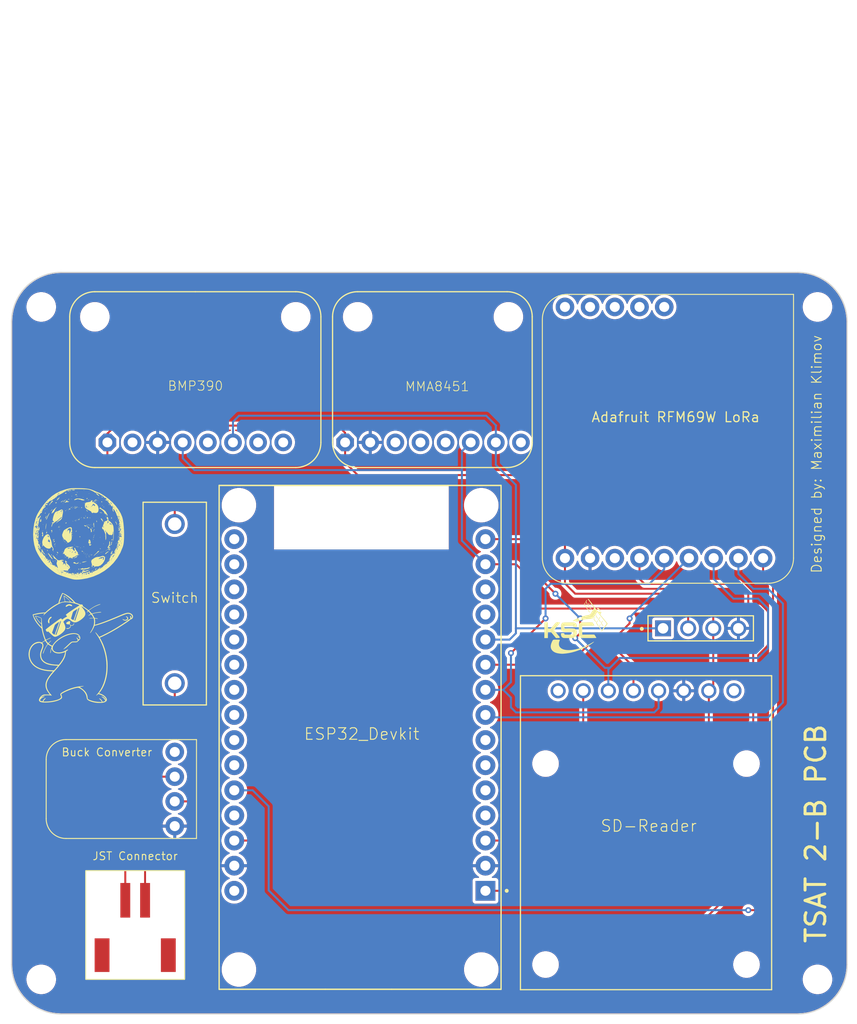
<source format=kicad_pcb>
(kicad_pcb (version 20241229) (generator "pcbnew") (generator_version "9.0")
  (layers (0 "F.Cu" signal) (2 "B.Cu" signal) (13 "F.Paste" user) (15 "B.Paste" user) (5 "F.SilkS" user "F.Silkscreen") (7 "B.SilkS" user "B.Silkscreen") (1 "F.Mask" user) (3 "B.Mask" user) (25 "Edge.Cuts" user))
  (net 0 "")
  (net 1 "3V3")
  (net 2 "GND")
  (net 3 "IRQ")
  (net 4 "SCK/CLK")
  (net 5 "MISO")
  (net 6 "MOSI")
  (net 7 "CS")
  (net 8 "RST")
  (net 9 "N$1")
  (net 10 "SCL")
  (net 11 "SDA")
  (net 12 "5V")
  (net 13 "CS-SD")
  (footprint "TSAT2-B PCB Footprints:MMA8451-FP_vf.UWP1QFmtRbe75N6hh3BVtg" (layer "F.Cu") (at 96.46 93.74)
    (property "Reference" "REF**" (hide yes))
    (property "Value" "")
    (pad "" np_thru_hole circle (at 2.54 -15.24) (size 2.5 2.5) (drill 2.5) (layers "*.Cu" "*.Mask"))
    (pad "" np_thru_hole circle (at 17.78 -15.24) (size 2.5 2.5) (drill 2.5) (layers "*.Cu" "*.Mask"))
    (pad "+3V3" thru_hole circle (at 6.35 -2.54 90) (size 1.778 1.778) (drill 1) (layers "*.Cu" "*.Mask"))
    (pad "GND" thru_hole circle (at 3.81 -2.54 90) (size 1.778 1.778) (drill 1) (layers "*.Cu" "*.Mask") (net 2 "GND"))
    (pad "INT1" thru_hole circle (at 11.43 -2.54 90) (size 1.778 1.778) (drill 1) (layers "*.Cu" "*.Mask"))
    (pad "INT2" thru_hole circle (at 8.89 -2.54 90) (size 1.778 1.778) (drill 1) (layers "*.Cu" "*.Mask"))
    (pad "SA0" thru_hole circle (at 19.05 -2.54 90) (size 1.778 1.778) (drill 1) (layers "*.Cu" "*.Mask"))
    (pad "SCL" thru_hole circle (at 13.97 -2.54 90) (size 1.778 1.778) (drill 1) (layers "*.Cu" "*.Mask") (net 10 "SCL"))
    (pad "SDA" thru_hole circle (at 16.51 -2.54 90) (size 1.778 1.778) (drill 1) (layers "*.Cu" "*.Mask") (net 11 "SDA"))
    (pad "VIN" thru_hole roundrect (at 1.27 -2.54 180) (size 1.778 1.778) (drill 1) (layers "*.Cu" "*.Mask") (chamfer_ratio 0.2928932188) (chamfer top_left top_right bottom_left bottom_right) (net 1 "3V3"))
  )
  (footprint "TSAT2-B PCB Footprints:LoRa" (layer "F.Cu") (at 122.574 106.23)
    (property "Reference" "REF**" (hide yes))
    (property "Value" "LoRa" (hide yes))
    (fp_text user "Adafruit RFM69W LoRa" (at 0 -17 0) (layer "F.SilkS") (effects (font (thickness 0.125)) (justify left bottom)))
    (pad "1" thru_hole circle (at -2.614 -28.73) (size 1.8796 1.8796) (drill 1.016) (layers "*.Cu" "*.Mask"))
    (pad "1" thru_hole circle (at -2.613999 -3.33) (size 1.8796 1.8796) (drill 1.016) (layers "*.Cu" "*.Mask") (net 1 "3V3"))
    (pad "2" thru_hole circle (at -0.074 -28.73) (size 1.8796 1.8796) (drill 1.016) (layers "*.Cu" "*.Mask"))
    (pad "2" thru_hole circle (at -0.073999 -3.33) (size 1.8796 1.8796) (drill 1.016) (layers "*.Cu" "*.Mask") (net 2 "GND"))
    (pad "3" thru_hole circle (at 2.426 -28.73) (size 1.8796 1.8796) (drill 1.016) (layers "*.Cu" "*.Mask"))
    (pad "3" thru_hole circle (at 2.426001 -3.33) (size 1.8796 1.8796) (drill 1.016) (layers "*.Cu" "*.Mask"))
    (pad "4" thru_hole circle (at 4.926 -28.73) (size 1.8796 1.8796) (drill 1.016) (layers "*.Cu" "*.Mask"))
    (pad "4" thru_hole circle (at 4.926001 -3.33) (size 1.8796 1.8796) (drill 1.016) (layers "*.Cu" "*.Mask") (net 3 "IRQ"))
    (pad "5" thru_hole circle (at 7.426 -28.73) (size 1.8796 1.8796) (drill 1.016) (layers "*.Cu" "*.Mask"))
    (pad "5" thru_hole circle (at 7.426001 -3.33) (size 1.8796 1.8796) (drill 1.016) (layers "*.Cu" "*.Mask") (net 4 "SCK/CLK"))
    (pad "6" thru_hole circle (at 9.926001 -3.33) (size 1.8796 1.8796) (drill 1.016) (layers "*.Cu" "*.Mask") (net 5 "MISO"))
    (pad "7" thru_hole circle (at 12.426001 -3.33) (size 1.8796 1.8796) (drill 1.016) (layers "*.Cu" "*.Mask") (net 6 "MOSI"))
    (pad "8" thru_hole circle (at 14.926001 -3.33) (size 1.8796 1.8796) (drill 1.016) (layers "*.Cu" "*.Mask") (net 7 "CS"))
    (pad "9" thru_hole circle (at 17.426001 -3.33) (size 1.8796 1.8796) (drill 1.016) (layers "*.Cu" "*.Mask") (net 8 "RST"))
  )
  (footprint "TSat0-PCB_v17:dummyfp2" (layer "F.Cu") (at 145.5 77.5)
    (property "Reference" "UNK_HOLE_2" (hide yes))
    (property "Value" "")
    (pad "" np_thru_hole circle (at 0 0) (size 2.5 2.5) (drill 2.5) (layers "*.Cu" "*.Mask"))
  )
  (footprint "TSAT2-B PCB Footprints:Boost Converter Adafruit" (layer "F.Cu") (at 77.5 126.25 90)
    (property "Reference" "REF**" (hide yes))
    (property "Value" "Boost Converter Adafruit" (hide yes))
    (pad "3V" thru_hole circle (at -1.25 3 90) (size 1.8796 1.8796) (drill 1.016) (layers "*.Cu" "*.Mask") (net 9 "N$1"))
    (pad "EN" thru_hole circle (at 3.75 3 90) (size 1.8796 1.8796) (drill 1.016) (layers "*.Cu" "*.Mask"))
    (pad "GND" thru_hole circle (at -3.75 3 90) (size 1.8796 1.8796) (drill 1.016) (layers "*.Cu" "*.Mask") (net 2 "GND"))
    (pad "VIN" thru_hole circle (at 1.25 3 90) (size 1.8796 1.8796) (drill 1.016) (layers "*.Cu" "*.Mask") (net 12 "5V"))
  )
  (footprint "TSAT2-B PCB Footprints:COOKIES BIGGER" (layer "F.Cu") (at 70.5 100.5)
    (property "Reference" "G***" (hide yes))
    (property "Value" "LOGO" (hide yes))
  )
  (footprint "TSAT2-B PCB Footprints:MODULE_254_vf.UWP1QFmtRbe75N6hh3BVtg" (layer "F.Cu") (at 128.16 130.665 90)
    (property "Reference" "REF**" (hide yes))
    (property "Value" "SD-Reader" (at 0 -4.66 0) (layer "F.SilkS") (effects (font (size 1.1684 1.1684) (thickness 0.1016)) (justify left bottom)))
    (pad "" np_thru_hole circle (at -13.335 -10.16 90) (size 2.2 2.2) (drill 2.2) (layers "*.Cu" "*.Mask"))
    (pad "" np_thru_hole circle (at -13.335 10.16 90) (size 2.2 2.2) (drill 2.2) (layers "*.Cu" "*.Mask"))
    (pad "" np_thru_hole circle (at 6.985 -10.16 90) (size 2.2 2.2) (drill 2.2) (layers "*.Cu" "*.Mask"))
    (pad "" np_thru_hole circle (at 6.985 10.16 90) (size 2.2 2.2) (drill 2.2) (layers "*.Cu" "*.Mask"))
    (pad "1" thru_hole circle (at 14.351 -8.89 90) (size 1.53 1.53) (drill 1.02) (layers "*.Cu" "*.Mask"))
    (pad "2" thru_hole circle (at 14.351 -6.35 90) (size 1.53 1.53) (drill 1.02) (layers "*.Cu" "*.Mask") (net 13 "CS-SD"))
    (pad "3" thru_hole circle (at 14.351 -3.81 90) (size 1.53 1.53) (drill 1.02) (layers "*.Cu" "*.Mask") (net 6 "MOSI"))
    (pad "4" thru_hole circle (at 14.351 -1.27 90) (size 1.53 1.53) (drill 1.02) (layers "*.Cu" "*.Mask") (net 5 "MISO"))
    (pad "5" thru_hole circle (at 14.351 1.27 90) (size 1.53 1.53) (drill 1.02) (layers "*.Cu" "*.Mask") (net 4 "SCK/CLK"))
    (pad "6" thru_hole circle (at 14.351 3.81 90) (size 1.53 1.53) (drill 1.02) (layers "*.Cu" "*.Mask") (net 2 "GND"))
    (pad "7" thru_hole circle (at 14.351 6.35 90) (size 1.53 1.53) (drill 1.02) (layers "*.Cu" "*.Mask") (net 1 "3V3"))
    (pad "8" thru_hole circle (at 14.351 8.89 90) (size 1.53 1.53) (drill 1.02) (layers "*.Cu" "*.Mask"))
  )
  (footprint "TSat0-PCB_v17:dummyfp2" (layer "F.Cu") (at 67 145.5)
    (property "Reference" "UNK_HOLE_2" (hide yes))
    (property "Value" "")
    (pad "" np_thru_hole circle (at 0 0) (size 2.5 2.5) (drill 2.5) (layers "*.Cu" "*.Mask"))
  )
  (footprint "TSAT2-B PCB Footprints:SULLINS_PPTC041LFBN-RC_vf.UWP1QFmtRbe75N6hh3BVtg" (layer "F.Cu") (at 133.69 110)
    (property "Reference" "REF**" (hide yes))
    (property "Value" "PPTC041LFBN-RC")
    (pad "1" thru_hole rect (at -3.81 0) (size 1.605 1.605) (drill 1.07) (layers "*.Cu" "*.Mask") (net 11 "SDA"))
    (pad "2" thru_hole circle (at -1.27 0) (size 1.605 1.605) (drill 1.07) (layers "*.Cu" "*.Mask") (net 10 "SCL"))
    (pad "3" thru_hole circle (at 1.27 0) (size 1.605 1.605) (drill 1.07) (layers "*.Cu" "*.Mask") (net 1 "3V3"))
    (pad "4" thru_hole circle (at 3.81 0) (size 1.605 1.605) (drill 1.07) (layers "*.Cu" "*.Mask") (net 2 "GND"))
  )
  (footprint "TSAT2-B PCB Footprints:KITTY CAT BIGGER" (layer "F.Cu") (at 71 112)
    (property "Reference" "G***" (hide yes))
    (property "Value" "LOGO" (hide yes))
  )
  (footprint "TSAT2-B PCB Footprints:OMRON-MICROSWITCH-FP_vf.UWP1QFmtRbe75N6hh3BVtg" (layer "F.Cu") (at 80.5 99.45 90)
    (property "Reference" "REF**" (hide yes))
    (property "Value" "")
    (pad "COM" thru_hole circle (at -16.1 0 90) (size 2.025 2.025) (drill 1.35) (layers "*.Cu" "*.Mask") (net 9 "N$1"))
    (pad "NC" thru_hole circle (at 0 0 90) (size 2.025 2.025) (drill 1.35) (layers "*.Cu" "*.Mask") (net 1 "3V3"))
  )
  (footprint "TSAT2-B PCB Footprints:MODULE_ESP32_DEVKIT_V1_vf.UWP1QFmtRbe75N6hh3BVtg" (layer "F.Cu") (at 99.22 121.025 180)
    (property "Reference" "REF**" (hide yes))
    (property "Value" "ESP32_Devkit" (at 5.72 1.025 0) (layer "F.SilkS") (effects (font (size 1.1684 1.1684) (thickness 0.1016)) (justify left top)))
    (pad "" np_thru_hole circle (at -12.28 -23.475 180) (size 3 3) (drill 3) (layers "*.Cu" "*.Mask"))
    (pad "" np_thru_hole circle (at -12.28 23.475 180) (size 3 3) (drill 3) (layers "*.Cu" "*.Mask"))
    (pad "" np_thru_hole circle (at 12.23 -23.475 180) (size 3 3) (drill 3) (layers "*.Cu" "*.Mask"))
    (pad "" np_thru_hole circle (at 12.23 23.475 180) (size 3 3) (drill 3) (layers "*.Cu" "*.Mask"))
    (pad "1" thru_hole rect (at -12.7 -15.515 180) (size 2 2) (drill 1.02) (layers "*.Cu" "*.Mask") (net 1 "3V3"))
    (pad "2" thru_hole circle (at -12.7 -12.975 180) (size 2 2) (drill 1.02) (layers "*.Cu" "*.Mask") (net 2 "GND"))
    (pad "3" thru_hole circle (at -12.7 -10.435 180) (size 2 2) (drill 1.02) (layers "*.Cu" "*.Mask") (net 13 "CS-SD"))
    (pad "4" thru_hole circle (at -12.7 -7.895 180) (size 2 2) (drill 1.02) (layers "*.Cu" "*.Mask"))
    (pad "5" thru_hole circle (at -12.7 -5.355 180) (size 2 2) (drill 1.02) (layers "*.Cu" "*.Mask"))
    (pad "6" thru_hole circle (at -12.7 -2.815 180) (size 2 2) (drill 1.02) (layers "*.Cu" "*.Mask"))
    (pad "7" thru_hole circle (at -12.7 -0.275 180) (size 2 2) (drill 1.02) (layers "*.Cu" "*.Mask"))
    (pad "8" thru_hole circle (at -12.7 2.265 180) (size 2 2) (drill 1.02) (layers "*.Cu" "*.Mask") (net 7 "CS"))
    (pad "9" thru_hole circle (at -12.7 4.805 180) (size 2 2) (drill 1.02) (layers "*.Cu" "*.Mask") (net 4 "SCK/CLK"))
    (pad "10" thru_hole circle (at -12.7 7.345 180) (size 2 2) (drill 1.02) (layers "*.Cu" "*.Mask") (net 5 "MISO"))
    (pad "11" thru_hole circle (at -12.7 9.885 180) (size 2 2) (drill 1.02) (layers "*.Cu" "*.Mask") (net 11 "SDA"))
    (pad "12" thru_hole circle (at -12.7 12.425 180) (size 2 2) (drill 1.02) (layers "*.Cu" "*.Mask"))
    (pad "13" thru_hole circle (at -12.7 14.965 180) (size 2 2) (drill 1.02) (layers "*.Cu" "*.Mask"))
    (pad "14" thru_hole circle (at -12.7 17.505 180) (size 2 2) (drill 1.02) (layers "*.Cu" "*.Mask") (net 10 "SCL"))
    (pad "15" thru_hole circle (at -12.7 20.045 180) (size 2 2) (drill 1.02) (layers "*.Cu" "*.Mask") (net 6 "MOSI"))
    (pad "16" thru_hole circle (at 12.7 20.045 180) (size 2 2) (drill 1.02) (layers "*.Cu" "*.Mask"))
    (pad "17" thru_hole circle (at 12.7 17.505 180) (size 2 2) (drill 1.02) (layers "*.Cu" "*.Mask"))
    (pad "18" thru_hole circle (at 12.7 14.965 180) (size 2 2) (drill 1.02) (layers "*.Cu" "*.Mask"))
    (pad "19" thru_hole circle (at 12.7 12.425 180) (size 2 2) (drill 1.02) (layers "*.Cu" "*.Mask"))
    (pad "20" thru_hole circle (at 12.7 9.885 180) (size 2 2) (drill 1.02) (layers "*.Cu" "*.Mask"))
    (pad "21" thru_hole circle (at 12.7 7.345 180) (size 2 2) (drill 1.02) (layers "*.Cu" "*.Mask"))
    (pad "22" thru_hole circle (at 12.7 4.805 180) (size 2 2) (drill 1.02) (layers "*.Cu" "*.Mask"))
    (pad "23" thru_hole circle (at 12.7 2.265 180) (size 2 2) (drill 1.02) (layers "*.Cu" "*.Mask"))
    (pad "24" thru_hole circle (at 12.7 -0.275 180) (size 2 2) (drill 1.02) (layers "*.Cu" "*.Mask"))
    (pad "25" thru_hole circle (at 12.7 -2.815 180) (size 2 2) (drill 1.02) (layers "*.Cu" "*.Mask"))
    (pad "26" thru_hole circle (at 12.7 -5.355 180) (size 2 2) (drill 1.02) (layers "*.Cu" "*.Mask") (net 8 "RST"))
    (pad "27" thru_hole circle (at 12.7 -7.895 180) (size 2 2) (drill 1.02) (layers "*.Cu" "*.Mask"))
    (pad "28" thru_hole circle (at 12.7 -10.435 180) (size 2 2) (drill 1.02) (layers "*.Cu" "*.Mask") (net 3 "IRQ"))
    (pad "29" thru_hole circle (at 12.7 -12.975 180) (size 2 2) (drill 1.02) (layers "*.Cu" "*.Mask") (net 2 "GND"))
    (pad "30" thru_hole circle (at 12.7 -15.515 180) (size 2 2) (drill 1.02) (layers "*.Cu" "*.Mask"))
    (zone (net 0) (net_name "") (layer "F.Cu") (connect_pads (clearance 0)) (min_thickness 0.25)
      (keepout (tracks not_allowed) (vias not_allowed) (pads not_allowed) (copperpour not_allowed) (footprints allowed))
      (fill (thermal_gap 0.5) (thermal_bridge_width 0.5))
      (polygon (pts (xy 108.22 95.535) (xy 90.53 95.535) (xy 90.53 102.025) (xy 108.22 102.025)))
    )
    (zone (net 0) (net_name "") (layer "B.Cu") (connect_pads (clearance 0)) (min_thickness 0.25)
      (keepout (tracks not_allowed) (vias not_allowed) (pads not_allowed) (copperpour not_allowed) (footprints allowed))
      (fill (thermal_gap 0.5) (thermal_bridge_width 0.5))
      (polygon (pts (xy 108.22 95.535) (xy 90.53 95.535) (xy 90.53 102.025) (xy 108.22 102.025)))
    )
  )
  (footprint "TSAT2-B PCB Footprints:JST-PH 2-Pin SMT Right Angle Connector" (layer "F.Cu") (at 77.5 137.5)
    (property "Reference" "REF**" (hide yes))
    (property "Value" "JST-PH 2-Pin SMT Right Angle Connector" (hide yes))
    (fp_text user "JST Connector" (at -1 -4 0) (layer "F.SilkS") (effects (font (size 0.8 0.8) (thickness 0.1)) (justify bottom)))
    (pad "1" smd rect (at -2 0 180) (size 1 3.5) (layers "F.Cu" "F.Mask" "F.Paste") (net 12 "5V") (clearance 0.1))
    (pad "2" smd rect (at 0 0 180) (size 1 3.5) (layers "F.Cu" "F.Mask" "F.Paste") (net 2 "GND") (clearance 0.1))
    (pad "3" smd rect (at -4.35 5.55 180) (size 1.5 3.4) (layers "F.Cu" "F.Mask" "F.Paste") (clearance 0.1))
    (pad "4" smd rect (at 2.35 5.55 180) (size 1.5 3.4) (layers "F.Cu" "F.Mask" "F.Paste") (clearance 0.1))
  )
  (footprint "DUMMY_507" (layer "F.Cu") (at 63.0791 48.1816)
    (property "Reference" "FRAME1" (hide yes))
    (property "Value" "FRAME-LETTERNO_PACKAGE" (hide yes))
  )
  (footprint "TSat0-PCB_v17:dummyfp2" (layer "F.Cu") (at 67 77.5)
    (property "Reference" "UNK_HOLE_2" (hide yes))
    (property "Value" "")
    (pad "" np_thru_hole circle (at 0 0) (size 2.5 2.5) (drill 2.5) (layers "*.Cu" "*.Mask"))
  )
  (footprint "TSat0-PCB_v17:dummyfp2" (layer "F.Cu") (at 145.5 145.5)
    (property "Reference" "UNK_HOLE_2" (hide yes))
    (property "Value" "")
    (pad "" np_thru_hole circle (at 0 0) (size 2.5 2.5) (drill 2.5) (layers "*.Cu" "*.Mask"))
  )
  (footprint "TSAT2-B PCB Footprints:KSC LOGO 2ND" (layer "F.Cu") (at 121 110)
    (property "Reference" "G***" (hide yes))
    (property "Value" "LOGO" (hide yes))
  )
  (footprint "TSAT2-B PCB Footprints:BMP390" (layer "F.Cu") (at 69.88 93.74)
    (property "Reference" "REF**" (hide yes))
    (property "Value" "")
    (pad "" np_thru_hole circle (at 2.54 -15.24) (size 2.5 2.5) (drill 2.5) (layers "*.Cu" "*.Mask"))
    (pad "" np_thru_hole circle (at 22.86 -15.24) (size 2.5 2.5) (drill 2.5) (layers "*.Cu" "*.Mask"))
    (pad "3.3V" thru_hole circle (at 6.35 -2.54 90) (size 1.778 1.778) (drill 1) (layers "*.Cu" "*.Mask"))
    (pad "CS" thru_hole circle (at 19.05 -2.54 90) (size 1.778 1.778) (drill 1) (layers "*.Cu" "*.Mask"))
    (pad "GND" thru_hole circle (at 8.89 -2.54 90) (size 1.778 1.778) (drill 1) (layers "*.Cu" "*.Mask") (net 2 "GND"))
    (pad "INT" thru_hole circle (at 21.59 -2.54 90) (size 1.778 1.778) (drill 1) (layers "*.Cu" "*.Mask"))
    (pad "SCK/SCL" thru_hole circle (at 11.43 -2.54 90) (size 1.778 1.778) (drill 1) (layers "*.Cu" "*.Mask") (net 10 "SCL"))
    (pad "SDI/SDA" thru_hole circle (at 16.51 -2.54 90) (size 1.778 1.778) (drill 1) (layers "*.Cu" "*.Mask") (net 11 "SDA"))
    (pad "SDO/ADR" thru_hole circle (at 13.97 -2.54 90) (size 1.778 1.778) (drill 1) (layers "*.Cu" "*.Mask"))
    (pad "VCC" thru_hole roundrect (at 3.81 -2.54 180) (size 1.778 1.778) (drill 1) (layers "*.Cu" "*.Mask") (chamfer_ratio 0.2928932188) (chamfer top_left top_right bottom_left bottom_right) (net 1 "3V3"))
  )
  (gr_line (start 143.5 149) (end 69 149) (stroke (width 0.1)) (layer "Edge.Cuts"))
  (gr_arc (start 143.5 74) (mid 147.035534 75.464466) (end 148.5 79) (stroke (width 0.1)) (layer "Edge.Cuts"))
  (gr_arc (start 64 79) (mid 65.464466 75.464466) (end 69 74) (stroke (width 0.1)) (layer "Edge.Cuts"))
  (gr_arc (start 69 149) (mid 65.464466 147.535534) (end 64 144) (stroke (width 0.1)) (layer "Edge.Cuts"))
  (gr_line (start 148.5 79) (end 148.5 144) (stroke (width 0.1)) (layer "Edge.Cuts"))
  (gr_line (start 69 74) (end 143.5 74) (stroke (width 0.1)) (layer "Edge.Cuts"))
  (gr_arc (start 148.5 144) (mid 147.035534 147.535534) (end 143.5 149) (stroke (width 0.1)) (layer "Edge.Cuts"))
  (gr_line (start 64 144) (end 64 79) (stroke (width 0.1)) (layer "Edge.Cuts"))
  (gr_text "TSAT 2-B PCB" (at 146.5 142 90) (layer "F.SilkS") (effects (font (size 2 2) (thickness 0.3) (bold yes)) (justify left bottom)))
  (gr_text "Switch" (at 80.5 107.5 0) (layer "F.SilkS") (effects (font (size 1 1) (thickness 0.1)) (justify bottom)))
  (gr_text "BMP390" (at 79.74 84.94325 0) (layer "F.SilkS") (effects (font (size 0.93472 0.93472) (thickness 0.08128)) (justify left top)))
  (gr_text "MMA8451" (at 103.74 85 0) (layer "F.SilkS") (effects (font (size 0.93472 0.93472) (thickness 0.08128)) (justify left top)))
  (gr_text "Designed by: Maximilian Klimov" (at 146 104.5 90) (layer "F.SilkS") (effects (font (size 1 1) (thickness 0.1) (bold yes)) (justify left bottom)))
  (gr_text "Buck Converter" (at 69 123 0) (layer "F.SilkS") (effects (font (size 0.8 0.8) (thickness 0.1)) (justify left bottom)))
  (segment (start 119.960001 95.039999) (end 119.960001 102.9) (width 0.2) (layer "F.Cu") (net 1))
  (segment (start 133.46 136.54) (end 111.92 136.54) (width 0.2) (layer "F.Cu") (net 1))
  (segment (start 134.51 116.314) (end 134.51 135.49) (width 0.2) (layer "F.Cu") (net 1))
  (segment (start 97.73 90.23) (end 97.73 91.2) (width 0.2) (layer "F.Cu") (net 1))
  (segment (start 120 95) (end 119.960001 95.039999) (width 0.2) (layer "F.Cu") (net 1))
  (segment (start 134.96 107.54) (end 134.96 110) (width 0.2) (layer "F.Cu") (net 1))
  (segment (start 134.51 135.49) (end 133.46 136.54) (width 0.2) (layer "F.Cu") (net 1))
  (segment (start 73.69 90.31) (end 74.5 89.5) (width 0.2) (layer "F.Cu") (net 1))
  (segment (start 121 106.5) (end 134 106.5) (width 0.2) (layer "F.Cu") (net 1))
  (segment (start 80.5 97) (end 80.5 99.45) (width 0.2) (layer "F.Cu") (net 1))
  (segment (start 119.5 94.5) (end 120 95) (width 0.2) (layer "F.Cu") (net 1))
  (segment (start 97.73 91.2) (end 97.73 93.23) (width 0.2) (layer "F.Cu") (net 1))
  (segment (start 73.69 91.2) (end 73.69 94.19) (width 0.2) (layer "F.Cu") (net 1))
  (segment (start 97.73 93.23) (end 99 94.5) (width 0.2) (layer "F.Cu") (net 1))
  (segment (start 135 107.5) (end 134.96 107.54) (width 0.2) (layer "F.Cu") (net 1))
  (segment (start 75.5 96) (end 79.5 96) (width 0.2) (layer "F.Cu") (net 1))
  (segment (start 73.69 94.19) (end 75.5 96) (width 0.2) (layer "F.Cu") (net 1))
  (segment (start 119.960001 102.9) (end 119.960001 105.460001) (width 0.2) (layer "F.Cu") (net 1))
  (segment (start 79.5 96) (end 80.5 97) (width 0.2) (layer "F.Cu") (net 1))
  (segment (start 119.960001 105.460001) (end 121 106.5) (width 0.2) (layer "F.Cu") (net 1))
  (segment (start 134 106.5) (end 135 107.5) (width 0.2) (layer "F.Cu") (net 1))
  (segment (start 99 94.5) (end 119.5 94.5) (width 0.2) (layer "F.Cu") (net 1))
  (segment (start 134.96 115.864) (end 134.51 116.314) (width 0.2) (layer "F.Cu") (net 1))
  (segment (start 74.5 89.5) (end 97 89.5) (width 0.2) (layer "F.Cu") (net 1))
  (segment (start 134.96 110) (end 134.96 115.864) (width 0.2) (layer "F.Cu") (net 1))
  (segment (start 97 89.5) (end 97.73 90.23) (width 0.2) (layer "F.Cu") (net 1))
  (segment (start 73.69 91.2) (end 73.69 90.31) (width 0.2) (layer "F.Cu") (net 1))
  (segment (start 77.5 137.5) (end 77.5 131) (width 0.2) (layer "F.Cu") (net 2))
  (segment (start 77.5 131) (end 78.5 130) (width 0.2) (layer "F.Cu") (net 2))
  (segment (start 78.5 130) (end 80.5 130) (width 0.2) (layer "F.Cu") (net 2))
  (segment (start 136.5 137) (end 134 139.5) (width 0.2) (layer "F.Cu") (net 3))
  (segment (start 140 108.5) (end 140 111.5) (width 0.2) (layer "F.Cu") (net 3))
  (segment (start 139.5 108) (end 140 108.5) (width 0.2) (layer "F.Cu") (net 3))
  (segment (start 138.5 106.5) (end 138.5 107.5) (width 0.2) (layer "F.Cu") (net 3))
  (segment (start 89 138) (end 89 132) (width 0.2) (layer "F.Cu") (net 3))
  (segment (start 139 112.5) (end 139 119.5) (width 0.2) (layer "F.Cu") (net 3))
  (segment (start 138.5 107.5) (end 139 108) (width 0.2) (layer "F.Cu") (net 3))
  (segment (start 88.46 131.46) (end 86.52 131.46) (width 0.2) (layer "F.Cu") (net 3))
  (segment (start 136.5 122) (end 136.5 137) (width 0.2) (layer "F.Cu") (net 3))
  (segment (start 89 132) (end 88.46 131.46) (width 0.2) (layer "F.Cu") (net 3))
  (segment (start 128 105.5) (end 137.5 105.5) (width 0.2) (layer "F.Cu") (net 3))
  (segment (start 140 111.5) (end 139 112.5) (width 0.2) (layer "F.Cu") (net 3))
  (segment (start 127.500001 102.9) (end 127.5 105) (width 0.2) (layer "F.Cu") (net 3))
  (segment (start 127.5 105) (end 128 105.5) (width 0.2) (layer "F.Cu") (net 3))
  (segment (start 139 119.5) (end 136.5 122) (width 0.2) (layer "F.Cu") (net 3))
  (segment (start 139 108) (end 139.5 108) (width 0.2) (layer "F.Cu") (net 3))
  (segment (start 137.5 105.5) (end 138.5 106.5) (width 0.2) (layer "F.Cu") (net 3))
  (segment (start 134 139.5) (end 90.5 139.5) (width 0.2) (layer "F.Cu") (net 3))
  (segment (start 90.5 139.5) (end 89 138) (width 0.2) (layer "F.Cu") (net 3))
  (segment (start 114.5 112.5) (end 118 109) (width 0.2) (layer "F.Cu") (net 4))
  (via (at 114.5 112.5) (size 0.6) (drill 0.3) (layers "F.Cu" "B.Cu") (net 4))
  (via (at 118 109) (size 0.6) (drill 0.3) (layers "F.Cu" "B.Cu") (net 4))
  (segment (start 113.72 116.22) (end 111.92 116.22) (width 0.2) (layer "B.Cu") (net 4))
  (segment (start 129.43 116.314) (end 129.43 118.07) (width 0.2) (layer "B.Cu") (net 4))
  (segment (start 118 106) (end 118.5 105.5) (width 0.2) (layer "B.Cu") (net 4))
  (segment (start 118.5 105.5) (end 128.5 105.5) (width 0.2) (layer "B.Cu") (net 4))
  (segment (start 113.72 116.22) (end 114.5 115.44) (width 0.2) (layer "B.Cu") (net 4))
  (segment (start 128.5 105.5) (end 130.000001 103.999999) (width 0.2) (layer "B.Cu") (net 4))
  (segment (start 118 109) (end 118 106) (width 0.2) (layer "B.Cu") (net 4))
  (segment (start 130.000001 103.999999) (end 130.000001 102.9) (width 0.2) (layer "B.Cu") (net 4))
  (segment (start 114.5 115.44) (end 114.5 112.5) (width 0.2) (layer "B.Cu") (net 4))
  (segment (start 129.43 118.07) (end 129 118.5) (width 0.2) (layer "B.Cu") (net 4))
  (segment (start 114.5 118) (end 114.5 117) (width 0.2) (layer "B.Cu") (net 4))
  (segment (start 114.5 117) (end 113.72 116.22) (width 0.2) (layer "B.Cu") (net 4))
  (segment (start 115 118.5) (end 114.5 118) (width 0.2) (layer "B.Cu") (net 4))
  (segment (start 129 118.5) (end 115 118.5) (width 0.2) (layer "B.Cu") (net 4))
  (segment (start 126.89 113.89) (end 124.5 111.5) (width 0.2) (layer "F.Cu") (net 5))
  (segment (start 126.89 116.314) (end 126.89 113.89) (width 0.2) (layer "F.Cu") (net 5))
  (segment (start 124.5 111.5) (end 126.5 109.5) (width 0.2) (layer "F.Cu") (net 5))
  (segment (start 120.32 113.68) (end 111.92 113.68) (width 0.2) (layer "F.Cu") (net 5))
  (segment (start 124.5 111.5) (end 122.5 111.5) (width 0.2) (layer "F.Cu") (net 5))
  (segment (start 126.5 109.5) (end 126.5 109) (width 0.2) (layer "F.Cu") (net 5))
  (segment (start 122.5 111.5) (end 120.32 113.68) (width 0.2) (layer "F.Cu") (net 5))
  (via (at 126.5 109) (size 0.6) (drill 0.3) (layers "F.Cu" "B.Cu") (net 5))
  (segment (start 126.5 108.900001) (end 126.5 109) (width 0.2) (layer "B.Cu") (net 5))
  (segment (start 132.500001 102.9) (end 126.5 108.900001) (width 0.2) (layer "B.Cu") (net 5))
  (segment (start 117 101.5) (end 117 104.5) (width 0.2) (layer "F.Cu") (net 6))
  (segment (start 121.5 109) (end 121.5 110.5) (width 0.2) (layer "F.Cu") (net 6))
  (segment (start 116.48 100.98) (end 117 101.5) (width 0.2) (layer "F.Cu") (net 6))
  (segment (start 117 104.5) (end 119 106.5) (width 0.2) (layer "F.Cu") (net 6))
  (segment (start 121.5 110.5) (end 121 111) (width 0.2) (layer "F.Cu") (net 6))
  (segment (start 111.92 100.98) (end 116.48 100.98) (width 0.2) (layer "F.Cu") (net 6))
  (via (at 119 106.5) (size 0.6) (drill 0.3) (layers "F.Cu" "B.Cu") (net 6))
  (via (at 121.5 109) (size 0.6) (drill 0.3) (layers "F.Cu" "B.Cu") (net 6))
  (via (at 121 111) (size 0.6) (drill 0.3) (layers "F.Cu" "B.Cu") (net 6))
  (segment (start 140.5 108) (end 140.5 112) (width 0.2) (layer "B.Cu") (net 6))
  (segment (start 121 111) (end 124 114) (width 0.2) (layer "B.Cu") (net 6))
  (segment (start 124 114) (end 124.5 114) (width 0.2) (layer "B.Cu") (net 6))
  (segment (start 124.5 114) (end 124.35 114.15) (width 0.2) (layer "B.Cu") (net 6))
  (segment (start 135.000001 105.000001) (end 137 107) (width 0.2) (layer "B.Cu") (net 6))
  (segment (start 140.5 112) (end 139.5 113) (width 0.2) (layer "B.Cu") (net 6))
  (segment (start 139.5 107) (end 140.5 108) (width 0.2) (layer "B.Cu") (net 6))
  (segment (start 124.35 114.15) (end 124.35 116.314) (width 0.2) (layer "B.Cu") (net 6))
  (segment (start 119 106.5) (end 121.5 109) (width 0.2) (layer "B.Cu") (net 6))
  (segment (start 137 107) (end 139.5 107) (width 0.2) (layer "B.Cu") (net 6))
  (segment (start 135.000001 102.9) (end 135.000001 105.000001) (width 0.2) (layer "B.Cu") (net 6))
  (segment (start 139.5 113) (end 125.5 113) (width 0.2) (layer "B.Cu") (net 6))
  (segment (start 125.5 113) (end 124.5 114) (width 0.2) (layer "B.Cu") (net 6))
  (segment (start 140.5 119) (end 112.16 119) (width 0.2) (layer "B.Cu") (net 7))
  (segment (start 142 117.5) (end 140.5 119) (width 0.2) (layer "B.Cu") (net 7))
  (segment (start 112.16 119) (end 111.92 118.76) (width 0.2) (layer "B.Cu") (net 7))
  (segment (start 137.500001 104.500001) (end 139 106) (width 0.2) (layer "B.Cu") (net 7))
  (segment (start 137.500001 102.9) (end 137.500001 104.500001) (width 0.2) (layer "B.Cu") (net 7))
  (segment (start 142 107.5) (end 142 117.5) (width 0.2) (layer "B.Cu") (net 7))
  (segment (start 139 106) (end 140.5 106) (width 0.2) (layer "B.Cu") (net 7))
  (segment (start 140.5 106) (end 142 107.5) (width 0.2) (layer "B.Cu") (net 7))
  (segment (start 139.5 138.5) (end 138.5 138.5) (width 0.2) (layer "F.Cu") (net 8))
  (segment (start 141 137) (end 139.5 138.5) (width 0.2) (layer "F.Cu") (net 8))
  (segment (start 141 105.5) (end 141 137) (width 0.2) (layer "F.Cu") (net 8))
  (segment (start 140.000001 104.500001) (end 141 105.5) (width 0.2) (layer "F.Cu") (net 8))
  (segment (start 140.000001 102.9) (end 140.000001 104.500001) (width 0.2) (layer "F.Cu") (net 8))
  (via (at 138.5 138.5) (size 0.6) (drill 0.3) (layers "F.Cu" "B.Cu") (net 8))
  (segment (start 92 138.5) (end 90 136.5) (width 0.2) (layer "B.Cu") (net 8))
  (segment (start 88.38 126.38) (end 86.52 126.38) (width 0.2) (layer "B.Cu") (net 8))
  (segment (start 138.5 138.5) (end 92 138.5) (width 0.2) (layer "B.Cu") (net 8))
  (segment (start 90 128) (end 88.38 126.38) (width 0.2) (layer "B.Cu") (net 8))
  (segment (start 90 136.5) (end 90 128) (width 0.2) (layer "B.Cu") (net 8))
  (segment (start 82 127.5) (end 83 126.5) (width 0.2) (layer "F.Cu") (net 9))
  (segment (start 81.5 120) (end 80.5 119) (width 0.2) (layer "F.Cu") (net 9))
  (segment (start 82.5 120) (end 81.5 120) (width 0.2) (layer "F.Cu") (net 9))
  (segment (start 83 120.5) (end 82.5 120) (width 0.2) (layer "F.Cu") (net 9))
  (segment (start 80.5 119) (end 80.5 115.55) (width 0.2) (layer "F.Cu") (net 9))
  (segment (start 83 126.5) (end 83 120.5) (width 0.2) (layer "F.Cu") (net 9))
  (segment (start 80.5 127.5) (end 82 127.5) (width 0.2) (layer "F.Cu") (net 9))
  (segment (start 132 108) (end 132.5 108.5) (width 0.2) (layer "F.Cu") (net 10))
  (segment (start 132.42 108.58) (end 132.42 110) (width 0.2) (layer "F.Cu") (net 10))
  (segment (start 111.92 103.52) (end 115.02 103.52) (width 0.2) (layer "F.Cu") (net 10))
  (segment (start 116 107) (end 117 108) (width 0.2) (layer "F.Cu") (net 10))
  (segment (start 132.5 108.5) (end 132.42 108.58) (width 0.2) (layer "F.Cu") (net 10))
  (segment (start 115.02 103.52) (end 116 104.5) (width 0.2) (layer "F.Cu") (net 10))
  (segment (start 116 104.5) (end 116 107) (width 0.2) (layer "F.Cu") (net 10))
  (segment (start 117 108) (end 132 108) (width 0.2) (layer "F.Cu") (net 10))
  (segment (start 109.541001 101.141001) (end 111.92 103.52) (width 0.2) (layer "B.Cu") (net 10))
  (segment (start 81.31 92.81) (end 82.5 94) (width 0.2) (layer "B.Cu") (net 10))
  (segment (start 81.31 91.2) (end 81.31 92.81) (width 0.2) (layer "B.Cu") (net 10))
  (segment (start 110.43 91.2) (end 109.541001 92.088999) (width 0.2) (layer "B.Cu") (net 10))
  (segment (start 109.541001 94) (end 109.541001 101.141001) (width 0.2) (layer "B.Cu") (net 10))
  (segment (start 109.541001 92.088999) (end 109.541001 94) (width 0.2) (layer "B.Cu") (net 10))
  (segment (start 82.5 94) (end 109.541001 94) (width 0.2) (layer "B.Cu") (net 10))
  (segment (start 86.39 91.2) (end 86.39 89.11) (width 0.2) (layer "B.Cu") (net 11))
  (segment (start 112.97 89.53) (end 112.97 91.2) (width 0.2) (layer "B.Cu") (net 11))
  (segment (start 115 110.5) (end 114.36 111.14) (width 0.2) (layer "B.Cu") (net 11))
  (segment (start 112.97 91.2) (end 112.97 93.47) (width 0.2) (layer "B.Cu") (net 11))
  (segment (start 115 95.5) (end 115 110) (width 0.2) (layer "B.Cu") (net 11))
  (segment (start 113 89.5) (end 112.97 89.53) (width 0.2) (layer "B.Cu") (net 11))
  (segment (start 115 110) (end 115 110.5) (width 0.2) (layer "B.Cu") (net 11))
  (segment (start 86.39 89.11) (end 87 88.5) (width 0.2) (layer "B.Cu") (net 11))
  (segment (start 112 88.5) (end 113 89.5) (width 0.2) (layer "B.Cu") (net 11))
  (segment (start 112.97 93.47) (end 115 95.5) (width 0.2) (layer "B.Cu") (net 11))
  (segment (start 114.36 111.14) (end 111.92 111.14) (width 0.2) (layer "B.Cu") (net 11))
  (segment (start 129.88 110) (end 115 110) (width 0.2) (layer "B.Cu") (net 11))
  (segment (start 87 88.5) (end 112 88.5) (width 0.2) (layer "B.Cu") (net 11))
  (segment (start 77 125) (end 80.5 125) (width 0.2) (layer "F.Cu") (net 12))
  (segment (start 75.5 137.5) (end 75.5 126.5) (width 0.2) (layer "F.Cu") (net 12))
  (segment (start 75.5 126.5) (end 77 125) (width 0.2) (layer "F.Cu") (net 12))
  (segment (start 121 131.5) (end 121.81 130.69) (width 0.2) (layer "F.Cu") (net 13))
  (segment (start 121 131.5) (end 120.96 131.46) (width 0.2) (layer "F.Cu") (net 13))
  (segment (start 121.81 130.69) (end 121.81 116.314) (width 0.2) (layer "F.Cu") (net 13))
  (segment (start 111.92 131.46) (end 120.96 131.46) (width 0.2) (layer "F.Cu") (net 13))
  (zone (net 2) (net_name "GND") (layer "F.Cu") (priority 6) (connect_pads (clearance 0.3048)) (min_thickness 0.127) (fill yes (thermal_gap 0.304) (thermal_bridge_width 0.304))
    (polygon (pts (xy 63.5 73.5) (xy 149.5 73.5) (xy 149.5 150) (xy 63 150)))
  )
  (zone (net 0) (net_name "") (layers "F.Cu" "B.Cu") (name "JST connector") (connect_pads (clearance 0)) (min_thickness 0.25)
    (keepout (tracks allowed) (vias allowed) (pads allowed) (copperpour not_allowed) (footprints allowed))
    (fill (thermal_gap 0.5) (thermal_bridge_width 0.5))
    (polygon (pts (xy 81.5 145.5) (xy 71.5 145.5) (xy 71.5 134.5) (xy 81.5 134.5)))
  )
  (zone (net 2) (net_name "GND") (layer "B.Cu") (connect_pads (clearance 0.3048)) (min_thickness 0.127) (fill yes (thermal_gap 0.304) (thermal_bridge_width 0.304))
    (polygon (pts (xy 63.5 73.5) (xy 149.5 73.5) (xy 149.5 150) (xy 63 150)))
  )
)
</source>
